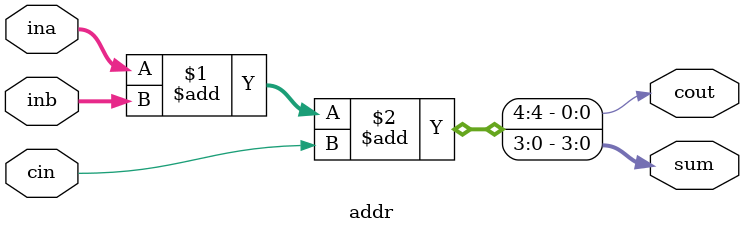
<source format=v>
module addr(cout,sum,ina,inb,cin);
output[3:0] sum;
output cout;
input[3:0] ina,inb;
input cin;
assign {cout,sum}=ina+inb+cin;
endmodule


</source>
